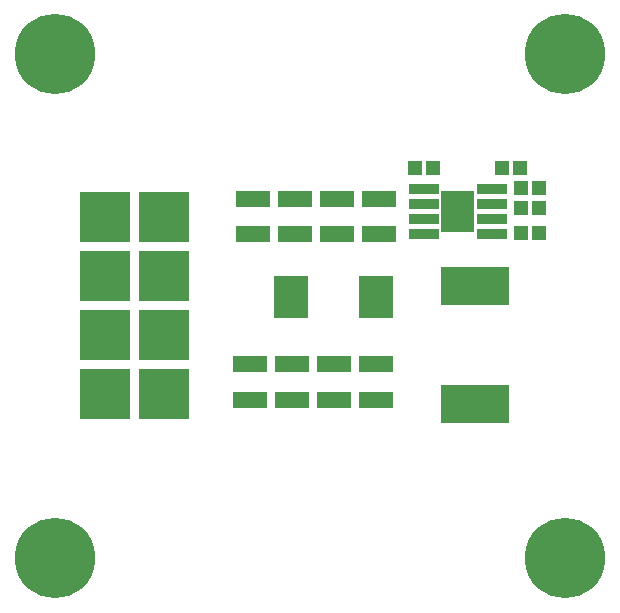
<source format=gbr>
G04 #@! TF.GenerationSoftware,KiCad,Pcbnew,(2017-08-08 revision 53204e097)-makepkg*
G04 #@! TF.CreationDate,2017-11-28T10:39:20+01:00*
G04 #@! TF.ProjectId,LMR1405001A,4C4D5231343035303031412E6B696361,rev?*
G04 #@! TF.SameCoordinates,Original*
G04 #@! TF.FileFunction,Soldermask,Bot*
G04 #@! TF.FilePolarity,Negative*
%FSLAX46Y46*%
G04 Gerber Fmt 4.6, Leading zero omitted, Abs format (unit mm)*
G04 Created by KiCad (PCBNEW (2017-08-08 revision 53204e097)-makepkg) date 11/28/17 10:39:20*
%MOMM*%
%LPD*%
G01*
G04 APERTURE LIST*
%ADD10R,2.900000X1.400000*%
%ADD11R,1.200000X1.150000*%
%ADD12R,3.000000X3.600000*%
%ADD13R,5.800040X3.300680*%
%ADD14C,0.850000*%
%ADD15C,2.800000*%
%ADD16C,0.100000*%
%ADD17C,6.800000*%
%ADD18R,4.210000X4.210000*%
G04 APERTURE END LIST*
D10*
X129032000Y-88416000D03*
X129032000Y-91416000D03*
X121920000Y-91416000D03*
X121920000Y-88416000D03*
X125476000Y-88416000D03*
X125476000Y-91416000D03*
D11*
X141045500Y-89217500D03*
X142545500Y-89217500D03*
X141045500Y-91376500D03*
X142545500Y-91376500D03*
D10*
X121666000Y-102449500D03*
X121666000Y-105449500D03*
X118110000Y-105449500D03*
X118110000Y-102449500D03*
X128778000Y-102449500D03*
X128778000Y-105449500D03*
X125222000Y-105449500D03*
X125222000Y-102449500D03*
D12*
X121622000Y-96774000D03*
X128822000Y-96774000D03*
D13*
X137160000Y-95836740D03*
X137160000Y-105839260D03*
D11*
X132092000Y-85852000D03*
X133592000Y-85852000D03*
X141045500Y-87566500D03*
X142545500Y-87566500D03*
X140958000Y-85852000D03*
X139458000Y-85852000D03*
D14*
X136349500Y-90792000D03*
X135049500Y-90792000D03*
X135049500Y-88192000D03*
X136349500Y-88192000D03*
X136349500Y-89492000D03*
X135049500Y-89492000D03*
D15*
X135699500Y-89492000D03*
D16*
G36*
X137099500Y-91242000D02*
X134299500Y-91242000D01*
X134299500Y-87742000D01*
X137099500Y-87742000D01*
X137099500Y-91242000D01*
X137099500Y-91242000D01*
G37*
D14*
X138574500Y-91397000D03*
D16*
G36*
X139849500Y-91822000D02*
X137299500Y-91822000D01*
X137299500Y-90972000D01*
X139849500Y-90972000D01*
X139849500Y-91822000D01*
X139849500Y-91822000D01*
G37*
D14*
X138574500Y-90127000D03*
D16*
G36*
X139849500Y-90552000D02*
X137299500Y-90552000D01*
X137299500Y-89702000D01*
X139849500Y-89702000D01*
X139849500Y-90552000D01*
X139849500Y-90552000D01*
G37*
D14*
X138574500Y-88857000D03*
D16*
G36*
X139849500Y-89282000D02*
X137299500Y-89282000D01*
X137299500Y-88432000D01*
X139849500Y-88432000D01*
X139849500Y-89282000D01*
X139849500Y-89282000D01*
G37*
D14*
X138574500Y-87587000D03*
D16*
G36*
X139849500Y-88012000D02*
X137299500Y-88012000D01*
X137299500Y-87162000D01*
X139849500Y-87162000D01*
X139849500Y-88012000D01*
X139849500Y-88012000D01*
G37*
D14*
X132824500Y-87587000D03*
D16*
G36*
X134099500Y-88012000D02*
X131549500Y-88012000D01*
X131549500Y-87162000D01*
X134099500Y-87162000D01*
X134099500Y-88012000D01*
X134099500Y-88012000D01*
G37*
D14*
X132824500Y-88857000D03*
D16*
G36*
X134099500Y-89282000D02*
X131549500Y-89282000D01*
X131549500Y-88432000D01*
X134099500Y-88432000D01*
X134099500Y-89282000D01*
X134099500Y-89282000D01*
G37*
D14*
X132824500Y-90127000D03*
D16*
G36*
X134099500Y-90552000D02*
X131549500Y-90552000D01*
X131549500Y-89702000D01*
X134099500Y-89702000D01*
X134099500Y-90552000D01*
X134099500Y-90552000D01*
G37*
D14*
X132824500Y-91397000D03*
D16*
G36*
X134099500Y-91822000D02*
X131549500Y-91822000D01*
X131549500Y-90972000D01*
X134099500Y-90972000D01*
X134099500Y-91822000D01*
X134099500Y-91822000D01*
G37*
D10*
X118364000Y-88416000D03*
X118364000Y-91416000D03*
D17*
X101600000Y-118872000D03*
X144780000Y-76200000D03*
X144780000Y-118872000D03*
X101600000Y-76200000D03*
D18*
X105822912Y-90003600D03*
X110822912Y-90003600D03*
X110822912Y-95003600D03*
X105822912Y-95003600D03*
X105816400Y-105003600D03*
X110816400Y-105003600D03*
X110822912Y-100003600D03*
X105822912Y-100003600D03*
M02*

</source>
